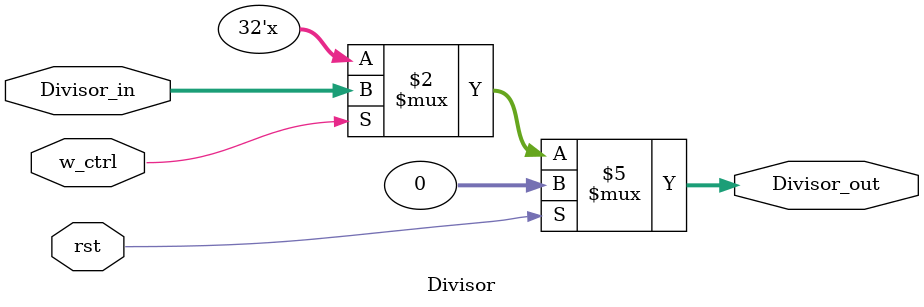
<source format=v>
module Divisor(Divisor_in, rst, w_ctrl, Divisor_out);
input rst, w_ctrl;
input [31:0]Divisor_in;
output reg [31:0]Divisor_out;

always@(*)begin				//any change of input will action
	if(rst)begin			//reset the output to zero
		Divisor_out <= 0;
	end else if(w_ctrl)begin	//if write control on -> output = input
		Divisor_out <= Divisor_in;
	end
end

endmodule


</source>
